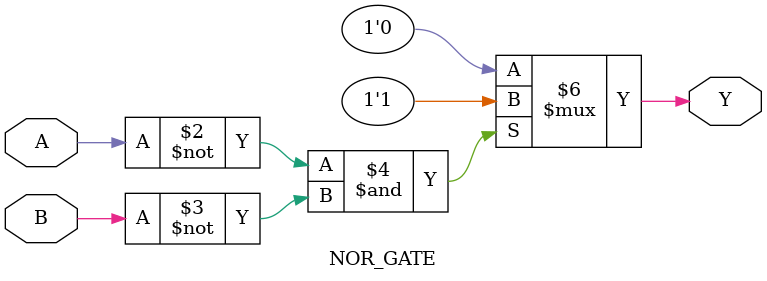
<source format=v>
module NOR_GATE (output reg Y, input A, B);   //declaring the module
always @ (A or B) begin                       // (A, B) is the sensitivity list or the trigger list.
    if (A == 1'b0 & B == 1'b0) begin          // states that if both A and B are 0, then Y has to be 1.
        Y = 1'b1;
    end
    else 
        Y = 1'b0; 
end
endmodule                                      //used to terminate the module
</source>
